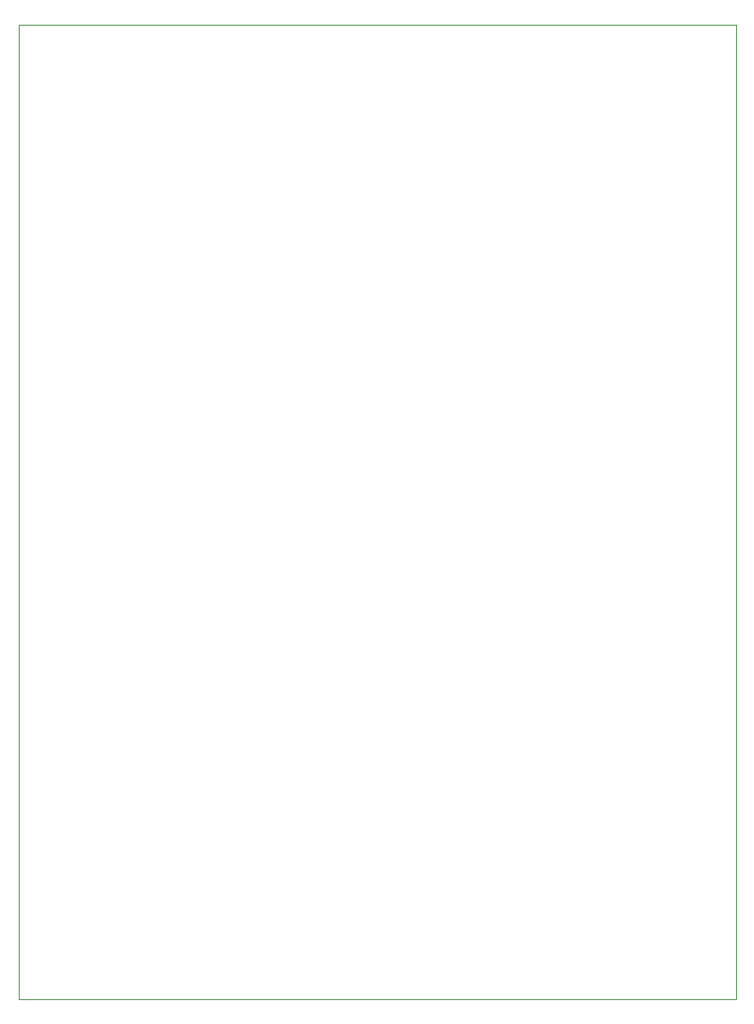
<source format=gm1>
%TF.GenerationSoftware,KiCad,Pcbnew,8.0.3-8.0.3-0~ubuntu23.10.1*%
%TF.CreationDate,2024-07-29T17:43:26+05:00*%
%TF.ProjectId,IOTV,494f5456-2e6b-4696-9361-645f70636258,3*%
%TF.SameCoordinates,Original*%
%TF.FileFunction,Profile,NP*%
%FSLAX46Y46*%
G04 Gerber Fmt 4.6, Leading zero omitted, Abs format (unit mm)*
G04 Created by KiCad (PCBNEW 8.0.3-8.0.3-0~ubuntu23.10.1) date 2024-07-29 17:43:26*
%MOMM*%
%LPD*%
G01*
G04 APERTURE LIST*
%TA.AperFunction,Profile*%
%ADD10C,0.100000*%
%TD*%
G04 APERTURE END LIST*
D10*
X38100000Y-76200000D02*
X109220000Y-76200000D01*
X109220000Y-172720000D01*
X38100000Y-172720000D01*
X38100000Y-76200000D01*
M02*

</source>
